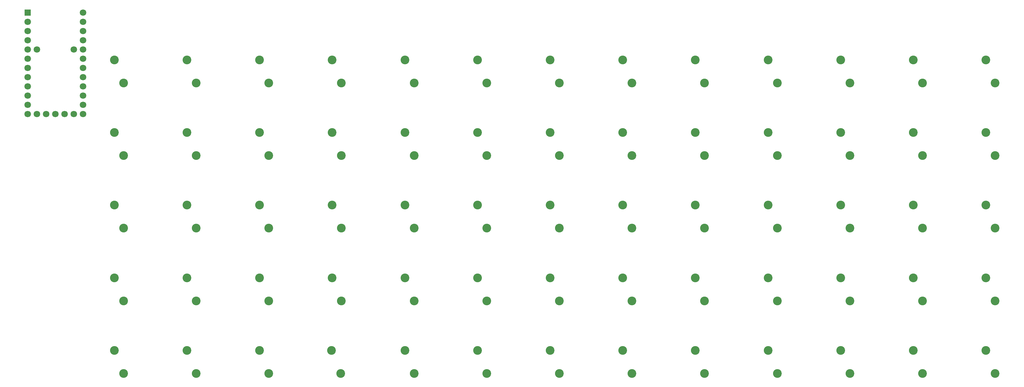
<source format=gts>
G04 ---------------------------- Layer name :TOP SOLDER LAYER*
G04 EasyEDA v5.4.12, Fri, 01 Jun 2018 01:53:27 GMT*
G04 b752a15d14d94793b98c049bcf485ef1*
G04 Gerber Generator version 0.2*
G04 Scale: 100 percent, Rotated: No, Reflected: No *
G04 Dimensions in millimeters *
G04 leading zeros omitted , absolute positions ,3 integer and 3 decimal *
%FSLAX33Y33*%
%MOMM*%
G90*
G71D02*

%ADD13C,2.403196*%
%ADD14C,1.803197*%
%ADD15R,1.803197X1.803197*%

%LPD*%
G54D13*
G01X36972Y83948D03*
G01X34432Y90298D03*
G01X56972Y83948D03*
G01X54432Y90298D03*
G01X76972Y83948D03*
G01X74432Y90298D03*
G01X96972Y83948D03*
G01X94432Y90298D03*
G01X116972Y83948D03*
G01X114432Y90298D03*
G01X136972Y83948D03*
G01X134432Y90298D03*
G01X156972Y83948D03*
G01X154432Y90298D03*
G01X176971Y83948D03*
G01X174431Y90298D03*
G01X196971Y83948D03*
G01X194431Y90298D03*
G01X216971Y83948D03*
G01X214431Y90298D03*
G01X236971Y83948D03*
G01X234431Y90298D03*
G01X256971Y83948D03*
G01X254431Y90298D03*
G01X276971Y83948D03*
G01X274431Y90298D03*
G01X36972Y63948D03*
G01X34432Y70298D03*
G01X56972Y63948D03*
G01X54432Y70298D03*
G01X76972Y63948D03*
G01X74432Y70298D03*
G01X96972Y63948D03*
G01X94432Y70298D03*
G01X116972Y63948D03*
G01X114432Y70298D03*
G01X136972Y63948D03*
G01X134432Y70298D03*
G01X156972Y63948D03*
G01X154432Y70298D03*
G01X176971Y63948D03*
G01X174431Y70298D03*
G01X196971Y63948D03*
G01X194431Y70298D03*
G01X216971Y63948D03*
G01X214431Y70298D03*
G01X236971Y63948D03*
G01X234431Y70298D03*
G01X256971Y63948D03*
G01X254431Y70298D03*
G01X276971Y63948D03*
G01X274431Y70298D03*
G01X36972Y43948D03*
G01X34432Y50298D03*
G01X56972Y43948D03*
G01X54432Y50298D03*
G01X76972Y43948D03*
G01X74432Y50298D03*
G01X96972Y43948D03*
G01X94432Y50298D03*
G01X116972Y43948D03*
G01X114432Y50298D03*
G01X136972Y43948D03*
G01X134432Y50298D03*
G01X156972Y43948D03*
G01X154432Y50298D03*
G01X176971Y43948D03*
G01X174431Y50298D03*
G01X196971Y43948D03*
G01X194431Y50298D03*
G01X216971Y43948D03*
G01X214431Y50298D03*
G01X236971Y43948D03*
G01X234431Y50298D03*
G01X256971Y43948D03*
G01X254431Y50298D03*
G01X276971Y43948D03*
G01X274431Y50298D03*
G01X36972Y23948D03*
G01X34432Y30298D03*
G01X56972Y23948D03*
G01X54432Y30298D03*
G01X76972Y23948D03*
G01X74432Y30298D03*
G01X96972Y23948D03*
G01X94432Y30298D03*
G01X116972Y23948D03*
G01X114432Y30298D03*
G01X136972Y23948D03*
G01X134432Y30298D03*
G01X156972Y23948D03*
G01X154432Y30298D03*
G01X176971Y23948D03*
G01X174431Y30298D03*
G01X196971Y23948D03*
G01X194431Y30298D03*
G01X216971Y23948D03*
G01X214431Y30298D03*
G01X236971Y23948D03*
G01X234431Y30298D03*
G01X256971Y23948D03*
G01X254431Y30298D03*
G01X276971Y23948D03*
G01X274431Y30298D03*
G01X36972Y3948D03*
G01X34432Y10298D03*
G01X56972Y3948D03*
G01X54432Y10298D03*
G01X76972Y3948D03*
G01X74432Y10298D03*
G01X96766Y3948D03*
G01X94226Y10298D03*
G01X116972Y3948D03*
G01X114432Y10298D03*
G01X136972Y3948D03*
G01X134432Y10298D03*
G01X156972Y3948D03*
G01X154432Y10298D03*
G01X176971Y3948D03*
G01X174431Y10298D03*
G01X196971Y3948D03*
G01X194431Y10298D03*
G01X216971Y3948D03*
G01X214431Y10298D03*
G01X236971Y3948D03*
G01X234431Y10298D03*
G01X256971Y3948D03*
G01X254431Y10298D03*
G01X276971Y3948D03*
G01X274431Y10298D03*
G54D14*
G01X25819Y103371D03*
G01X25819Y100831D03*
G01X25819Y98291D03*
G01X25819Y95751D03*
G01X25819Y93211D03*
G01X25819Y88131D03*
G01X25819Y90671D03*
G01X25819Y85591D03*
G01X25819Y83051D03*
G01X25819Y80511D03*
G01X25819Y75431D03*
G01X25819Y77971D03*
G54D15*
G01X10579Y103371D03*
G54D14*
G01X10579Y100831D03*
G01X10579Y98291D03*
G01X10579Y95751D03*
G01X10579Y93211D03*
G01X10579Y88131D03*
G01X10579Y90671D03*
G01X10579Y85591D03*
G01X10579Y83051D03*
G01X10579Y80511D03*
G01X10579Y75431D03*
G01X10579Y77971D03*
G01X13119Y75431D03*
G01X15659Y75431D03*
G01X18199Y75431D03*
G01X20739Y75431D03*
G01X23279Y75431D03*
G01X13119Y93211D03*
G01X23279Y93211D03*
M00*
M02*

</source>
